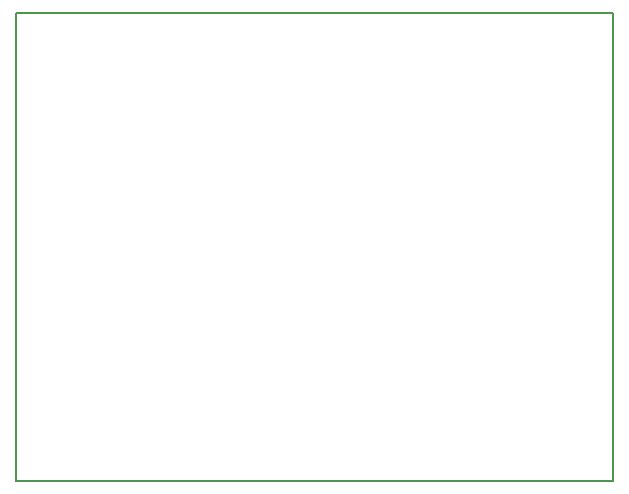
<source format=gm1>
G04 #@! TF.GenerationSoftware,KiCad,Pcbnew,(5.1.8)-1*
G04 #@! TF.CreationDate,2021-07-28T22:21:21-04:00*
G04 #@! TF.ProjectId,nearless_front_panel,6e656172-6c65-4737-935f-66726f6e745f,rev?*
G04 #@! TF.SameCoordinates,Original*
G04 #@! TF.FileFunction,Profile,NP*
%FSLAX46Y46*%
G04 Gerber Fmt 4.6, Leading zero omitted, Abs format (unit mm)*
G04 Created by KiCad (PCBNEW (5.1.8)-1) date 2021-07-28 22:21:21*
%MOMM*%
%LPD*%
G01*
G04 APERTURE LIST*
G04 #@! TA.AperFunction,Profile*
%ADD10C,0.200000*%
G04 #@! TD*
G04 APERTURE END LIST*
D10*
X209070000Y-22835000D02*
X209070000Y-62485000D01*
X158570000Y-22835000D02*
X209070000Y-22835000D01*
X158570000Y-22835000D02*
X158570000Y-62485000D01*
X158570000Y-62485000D02*
X209070000Y-62485000D01*
M02*

</source>
